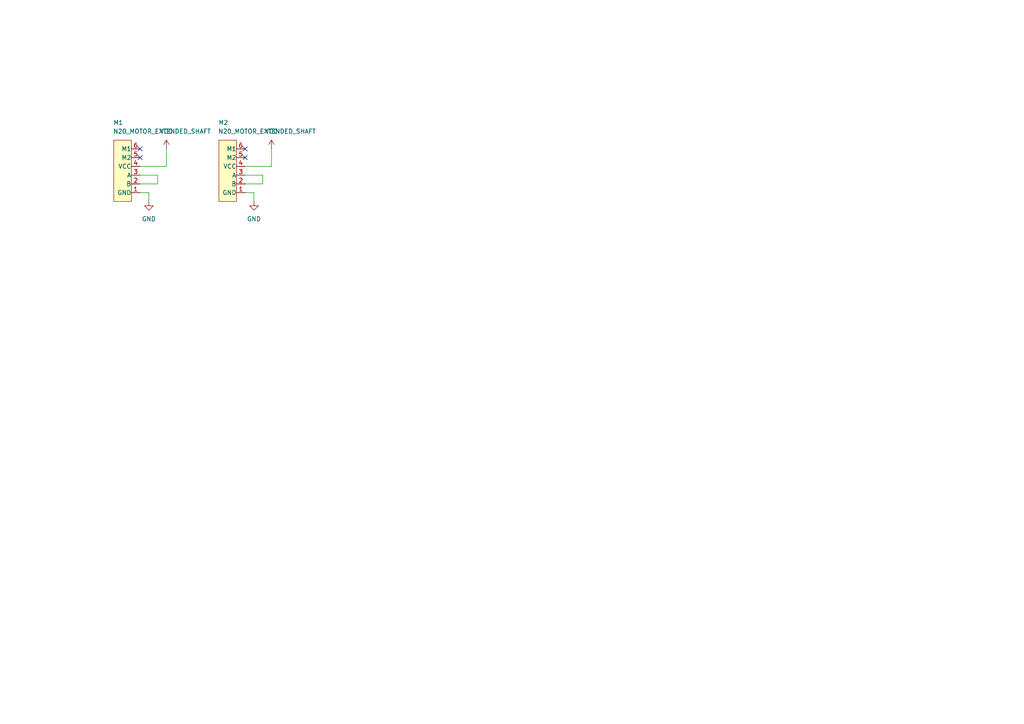
<source format=kicad_sch>
(kicad_sch (version 20230121) (generator eeschema)
  (paper "A4")
  (lib_symbols
    (symbol "pololu:N20_MOTOR_EXTENDED_SHAFT" (pin_names (offset 0.002))
      (property "Reference" "M" (at 2.54 -19.05 0))
      (property "Value" "N20_MOTOR_EXTENDED_SHAFT" (at 13.97 1.27 0))
      (symbol "N20_MOTOR_EXTENDED_SHAFT_0_1"
        (rectangle (start 0 0) (end 5.08 -17.78) (fill (type background)))
      )
      (symbol "N20_MOTOR_EXTENDED_SHAFT_1_1"
        (pin power_in line (at 7.62 -15.24 180) (length 2.54) (name "GND") (number "1"))
        (pin output line (at 7.62 -12.7 180) (length 2.54) (name "B") (number "2"))
        (pin output line (at 7.62 -10.16 180) (length 2.54) (name "A") (number "3"))
        (pin power_in line (at 7.62 -7.62 180) (length 2.54) (name "VCC") (number "4"))
        (pin input line (at 7.62 -5.08 180) (length 2.54) (name "M2") (number "5"))
        (pin input line (at 7.62 -2.54 180) (length 2.54) (name "M1") (number "6"))
      )
    )
    (symbol "power:GND" (power) (pin_names (offset 0))
      (property "Value" "GND" (at 0 -3.81 0))
      (symbol "GND_0_1"
        (polyline (pts (xy 0 0) (xy 0 -1.27) (xy 1.27 -1.27) (xy 0 -2.54) (xy -1.27 -1.27) (xy 0 -1.27)))
      )
      (symbol "GND_1_1"
        (pin power_in line (at 0 0 270) (length 0) hide (name "GND") (number "1"))
      )
    )
    (symbol "power:VCC" (power) (pin_names (offset 0))
      (property "Value" "VCC" (at 0 3.81 0))
      (symbol "VCC_0_1"
        (polyline (pts (xy -0.762 1.27) (xy 0 2.54)))
        (polyline (pts (xy 0 0) (xy 0 2.54)))
        (polyline (pts (xy 0 2.54) (xy 0.762 1.27)))
      )
      (symbol "VCC_1_1"
        (pin power_in line (at 0 0 90) (length 0) hide (name "VCC") (number "1"))
      )
    )
  )
  (no_connect (at 40.64 43.18))
  (no_connect (at 71.12 45.72))
  (no_connect (at 40.64 45.72))
  (no_connect (at 71.12 43.18))
  (wire (pts (xy 40.64 55.88) (xy 43.18 55.88)))
  (wire (pts (xy 73.66 58.42) (xy 73.66 55.88)))
  (wire (pts (xy 45.72 53.34) (xy 45.72 50.8)))
  (wire (pts (xy 71.12 48.26) (xy 78.74 48.26)))
  (wire (pts (xy 71.12 55.88) (xy 73.66 55.88)))
  (wire (pts (xy 71.12 53.34) (xy 76.2 53.34)))
  (wire (pts (xy 48.26 48.26) (xy 48.26 43.18)))
  (wire (pts (xy 43.18 58.42) (xy 43.18 55.88)))
  (wire (pts (xy 40.64 53.34) (xy 45.72 53.34)))
  (wire (pts (xy 40.64 50.8) (xy 45.72 50.8)))
  (wire (pts (xy 40.64 48.26) (xy 48.26 48.26)))
  (wire (pts (xy 71.12 50.8) (xy 76.2 50.8)))
  (wire (pts (xy 76.2 53.34) (xy 76.2 50.8)))
  (wire (pts (xy 78.74 48.26) (xy 78.74 43.18)))
  (symbol (lib_id "power:GND") (at 73.66 58.42 0) (unit 1)
    (property "Reference" "#PWR01" (effects hide))
    (property "Value" "GND" (at 73.66 63.5 0))
  )
  (symbol (lib_id "power:VCC") (at 48.26 43.18 0) (unit 1)
    (property "Reference" "#PWR?" (effects hide))
    (property "Value" "VCC" (at 48.26 38.1 0))
  )
  (symbol (lib_id "power:VCC") (at 78.74 43.18 0) (unit 1)
    (property "Reference" "#PWR02" (effects hide))
    (property "Value" "VCC" (at 78.74 38.1 0))
  )
  (symbol (lib_id "power:GND") (at 43.18 58.42 0) (unit 1)
    (property "Reference" "#PWR?" (effects hide))
    (property "Value" "GND" (at 43.18 63.5 0))
  )
  (symbol (lib_id "pololu:N20_MOTOR_EXTENDED_SHAFT") (at 63.5 40.64 0) (unit 1)
    (property "Reference" "M2" (at 64.77 35.56 0))
    (property "Value" "N20_MOTOR_EXTENDED_SHAFT" (at 77.47 38.1 0))
    (property "Footprint" "pololu:N20_EXTENDED_SHAFT" (effects hide))
  )
  (symbol (lib_id "pololu:N20_MOTOR_EXTENDED_SHAFT") (at 33.02 40.64 0) (unit 1)
    (property "Reference" "M1" (at 34.29 35.56 0))
    (property "Value" "N20_MOTOR_EXTENDED_SHAFT" (at 46.99 38.1 0))
    (property "Footprint" "pololu:N20_EXTENDED_SHAFT" (effects hide))
  )
)
</source>
